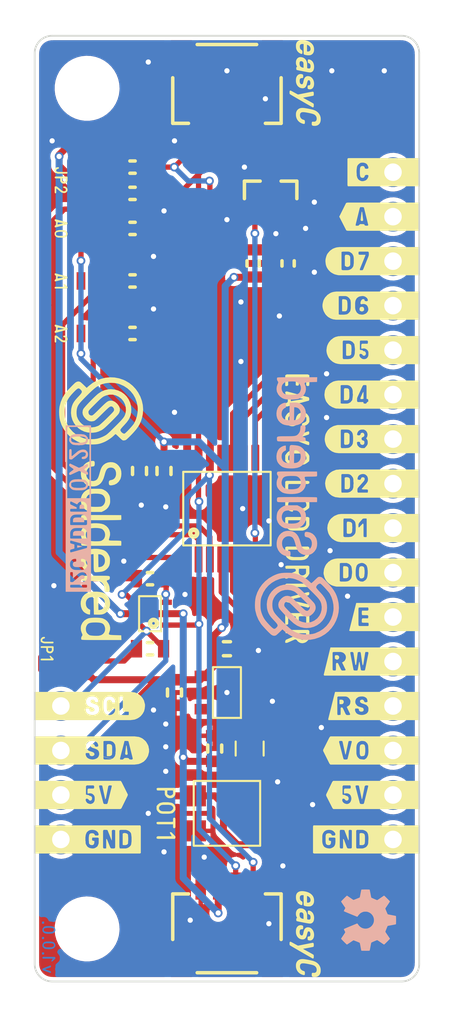
<source format=kicad_pcb>
(kicad_pcb (version 20210126) (generator pcbnew)
  (layers (0 "F.Cu" signal) (31 "B.Cu" signal) (34 "B.Paste" user) (35 "F.Paste" user) (36 "B.SilkS" user "B.Silkscreen") (37 "F.SilkS" user "F.Silkscreen") (38 "B.Mask" user) (39 "F.Mask" user) (44 "Edge.Cuts" user))
  (net 0 "")
  (net 1 "5V")
  (net 2 "GND")
  (net 3 "3V3")
  (net 4 "A0")
  (net 5 "A1")
  (net 6 "A2")
  (net 7 "SDA")
  (net 8 "SCL")
  (net 9 "C")
  (net 10 "Net-(K3-Pad7)")
  (net 11 "P7")
  (net 12 "P6")
  (net 13 "P5")
  (net 14 "P4")
  (net 19 "P2")
  (net 20 "P1")
  (net 21 "P0")
  (net 22 "Net-(K4-Pad3)")
  (net 23 "Net-(L1-Pad1)")
  (net 24 "P3")
  (net 28 "SDA_PULL5")
  (net 29 "SCL_PULL5")
  (net 30 "SDA_PULL3,3")
  (net 31 "SCL_PULL3,3")
  (net 32 "SCL5")
  (net 33 "SDA5")
  (footprint "e-radionica.com footprinti:HEADER_MALE_4X1" (layer "F.Cu") (at 71.5 138.08 90)
    (fp_text reference "K5")
    (fp_text value "HEADER_MALE_4X1")
    (pad "1" thru_hole circle (at -3.81 0 90) (size 1.7 1.7) (drill 1) (layers *.Cu *.Mask) (net 2 "GND"))
    (pad "2" thru_hole circle (at -1.27 0 90) (size 1.7 1.7) (drill 1) (layers *.Cu *.Mask) (net 1 "5V"))
    (pad "3" thru_hole circle (at 1.27 0 90) (size 1.7 1.7) (drill 1) (layers *.Cu *.Mask) (net 33 "SDA5"))
    (pad "4" thru_hole circle (at 3.81 0 90) (size 1.7 1.7) (drill 1) (layers *.Cu *.Mask) (net 32 "SCL5"))
  )
  (footprint "buzzardLabel" (layer "F.Cu") (at 92.4 119.03)
    (fp_text reference "" (at 0 0) (layer "F.SilkS") (effects (font (size 1.27 1.27))))
    (fp_text value "" (at 0 0) (layer "F.SilkS") (effects (font (size 1.27 1.27))))
  )
  (footprint "buzzardLabel" (layer "F.Cu") (at 92.4 121.57)
    (fp_text reference "" (at 0 0) (layer "F.SilkS") (effects (font (size 1.27 1.27))))
    (fp_text value "" (at 0 0) (layer "F.SilkS") (effects (font (size 1.27 1.27))))
  )
  (footprint "buzzardLabel" (layer "F.Cu") (at 69.6 134.27)
    (fp_text reference "" (at 0 0) (layer "F.SilkS") (effects (font (size 1.27 1.27))))
    (fp_text value "" (at 0 0) (layer "F.SilkS") (effects (font (size 1.27 1.27))))
  )
  (footprint "buzzardLabel" (layer "F.Cu") (at 92.4 136.81)
    (fp_text reference "" (at 0 0) (layer "F.SilkS") (effects (font (size 1.27 1.27))))
    (fp_text value "" (at 0 0) (layer "F.SilkS") (effects (font (size 1.27 1.27))))
  )
  (footprint "e-radionica.com footprinti:easyC-connector" (layer "F.Cu") (at 81 146.7 180)
    (fp_text reference "K1")
    (fp_text value "easyC-SMD")
    (pad "1" smd rect (at -1.5 2.15 180) (size 0.6 1.55) (layers "F.Cu" "F.Paste" "F.Mask") (net 8 "SCL"))
    (pad "2" smd rect (at -0.5 2.15 180) (size 0.6 1.55) (layers "F.Cu" "F.Paste" "F.Mask") (net 7 "SDA"))
    (pad "3" smd rect (at 0.5 2.15 180) (size 0.6 1.55) (layers "F.Cu" "F.Paste" "F.Mask") (net 3 "3V3"))
    (pad "4" smd rect (at 1.5 2.15 180) (size 0.6 1.55) (layers "F.Cu" "F.Paste" "F.Mask") (net 2 "GND"))
    (pad "5" smd rect (at 2.6 -2.15 180) (size 1.2 1.8) (layers "F.Cu" "F.Paste" "F.Mask") (net 2 "GND"))
    (pad "5" smd rect (at -2.6 -2.15 180) (size 1.2 1.8) (layers "F.Cu" "F.Paste" "F.Mask") (net 2 "GND"))
  )
  (footprint "e-radionica.com footprinti:0603C" (layer "F.Cu") (at 77.4 120.85 -90)
    (fp_text reference "C4")
    (fp_text value "0.1uF")
    (pad "1" smd rect (at -0.73 0 270) (size 0.66 1) (layers "F.Cu" "F.Paste" "F.Mask") (net 1 "5V"))
    (pad "2" smd rect (at 0.73 0 270) (size 0.66 1) (layers "F.Cu" "F.Paste" "F.Mask") (net 2 "GND"))
  )
  (footprint "e-radionica.com footprinti:TSSOP-16" (layer "F.Cu") (at 81 123 90)
    (fp_text reference "U1")
    (fp_text value "TCA9534PWR")
    (pad "1" smd roundrect (at -2.9 -2.275) (size 0.45 1.5) (layers "F.Cu" "F.Paste" "F.Mask") (roundrect_rratio 0.111) (net 4 "A0"))
    (pad "2" smd roundrect (at -2.9 -1.625) (size 0.45 1.5) (layers "F.Cu" "F.Paste" "F.Mask") (roundrect_rratio 0.111) (net 5 "A1"))
    (pad "3" smd roundrect (at -2.9 -0.975) (size 0.45 1.5) (layers "F.Cu" "F.Paste" "F.Mask") (roundrect_rratio 0.111) (net 6 "A2"))
    (pad "4" smd roundrect (at -2.9 -0.325) (size 0.45 1.5) (layers "F.Cu" "F.Paste" "F.Mask") (roundrect_rratio 0.111) (net 21 "P0"))
    (pad "5" smd roundrect (at -2.9 0.325) (size 0.45 1.5) (layers "F.Cu" "F.Paste" "F.Mask") (roundrect_rratio 0.111) (net 20 "P1"))
    (pad "6" smd roundrect (at -2.9 0.975) (size 0.45 1.5) (layers "F.Cu" "F.Paste" "F.Mask") (roundrect_rratio 0.111) (net 19 "P2"))
    (pad "7" smd roundrect (at -2.9 1.625) (size 0.45 1.5) (layers "F.Cu" "F.Paste" "F.Mask") (roundrect_rratio 0.111) (net 24 "P3"))
    (pad "8" smd roundrect (at -2.9 2.275) (size 0.45 1.5) (layers "F.Cu" "F.Paste" "F.Mask") (roundrect_rratio 0.111) (net 2 "GND"))
    (pad "9" smd roundrect (at 2.9 2.275) (size 0.45 1.5) (layers "F.Cu" "F.Paste" "F.Mask") (roundrect_rratio 0.111) (net 14 "P4"))
    (pad "10" smd roundrect (at 2.9 1.625) (size 0.45 1.5) (layers "F.Cu" "F.Paste" "F.Mask") (roundrect_rratio 0.111) (net 13 "P5"))
    (pad "11" smd roundrect (at 2.9 0.975) (size 0.45 1.5) (layers "F.Cu" "F.Paste" "F.Mask") (roundrect_rratio 0.111) (net 12 "P6"))
    (pad "12" smd roundrect (at 2.9 0.325) (size 0.45 1.5) (layers "F.Cu" "F.Paste" "F.Mask") (roundrect_rratio 0.111) (net 11 "P7"))
    (pad "13" smd roundrect (at 2.9 -0.325) (size 0.45 1.5) (layers "F.Cu" "F.Paste" "F.Mask") (roundrect_rratio 0.111))
    (pad "14" smd roundrect (at 2.9 -0.975) (size 0.45 1.5) (layers "F.Cu" "F.Paste" "F.Mask") (roundrect_rratio 0.111) (net 8 "SCL"))
    (pad "15" smd roundrect (at 2.9 -1.625) (size 0.45 1.5) (layers "F.Cu" "F.Paste" "F.Mask") (roundrect_rratio 0.111) (net 7 "SDA"))
    (pad "16" smd roundrect (at 2.9 -2.275) (size 0.45 1.5) (layers "F.Cu" "F.Paste" "F.Mask") (roundrect_rratio 0.111) (net 1 "5V"))
  )
  (footprint "e-radionica.com footprinti:0603R" (layer "F.Cu") (at 75.6 110 180)
    (fp_text reference "R2")
    (fp_text value "100k")
    (pad "1" smd rect (at -0.775 0 270) (size 1 0.64) (layers "F.Cu" "F.Paste" "F.Mask") (net 2 "GND"))
    (pad "2" smd rect (at 0.775 0 270) (size 1 0.64) (layers "F.Cu" "F.Paste" "F.Mask") (net 5 "A1"))
  )
  (footprint "e-radionica.com footprinti:SMD_JUMPER" (layer "F.Cu") (at 73 110 180)
    (fp_text reference "JP2")
    (fp_text value "SMD_JUMPER")
    (pad "1" smd rect (at -0.35 0 180) (size 0.5 1) (layers "F.Cu" "F.Mask") (net 5 "A1"))
    (pad "2" smd rect (at 0.35 0 180) (size 0.5 1) (layers "F.Cu" "F.Mask") (net 1 "5V"))
  )
  (footprint "buzzardLabel" (layer "F.Cu") (at 92.4 116.49)
    (fp_text reference "" (at 0 0) (layer "F.SilkS") (effects (font (size 1.27 1.27))))
    (fp_text value "" (at 0 0) (layer "F.SilkS") (effects (font (size 1.27 1.27))))
  )
  (footprint "buzzardLabel" (layer "F.Cu") (at 92.4 113.95)
    (fp_text reference "" (at 0 0) (layer "F.SilkS") (effects (font (size 1.27 1.27))))
    (fp_text value "" (at 0 0) (layer "F.SilkS") (effects (font (size 1.27 1.27))))
  )
  (footprint "buzzardLabel" (layer "F.Cu") (at 69.6 136.81)
    (fp_text reference "" (at 0 0) (layer "F.SilkS") (effects (font (size 1.27 1.27))))
    (fp_text value "" (at 0 0) (layer "F.SilkS") (effects (font (size 1.27 1.27))))
  )
  (footprint "buzzardLabel" (layer "F.Cu") (at 92.4 106.33)
    (fp_text reference "" (at 0 0) (layer "F.SilkS") (effects (font (size 1.27 1.27))))
    (fp_text value "" (at 0 0) (layer "F.SilkS") (effects (font (size 1.27 1.27))))
  )
  (footprint "buzzardLabel" (layer "F.Cu") (at 71.5 104.25 -90)
    (fp_text reference "" (at 0 0 90) (layer "F.SilkS") (effects (font (size 1.27 1.27))))
    (fp_text value "" (at 0 0 90) (layer "F.SilkS") (effects (font (size 1.27 1.27))))
  )
  (footprint "e-radionica.com footprinti:SOT-23-3" (layer "F.Cu") (at 83.5 105 90)
    (fp_text reference "Q1")
    (fp_text value "NMOS-SOT-23-3")
    (pad "1" smd rect (at -1.2 -0.95 180) (size 0.6 1) (layers "F.Cu" "F.Paste" "F.Mask") (net 24 "P3"))
    (pad "2" smd rect (at -1.2 0.95 180) (size 0.6 1) (layers "F.Cu" "F.Paste" "F.Mask") (net 2 "GND"))
    (pad "3" smd rect (at 1.2 0 180) (size 0.6 1) (layers "F.Cu" "F.Paste" "F.Mask") (net 9 "C"))
  )
  (footprint "e-radionica.com footprinti:FIDUCIAL_1MM_PASTE" (layer "F.Cu") (at 81.4 148.6)
    (fp_text reference "FD1")
    (fp_text value "Fiducial_Stencil")
    (pad "1" smd circle (at 0 0) (size 1 1) (property pad_prop_fiducial_glob) (layers "F.Cu" "F.Paste" "F.Mask"))
  )
  (footprint "buzzardLabel" (layer "F.Cu") (at 92.4 111.41)
    (fp_text reference "" (at 0 0) (layer "F.SilkS") (effects (font (size 1.27 1.27))))
    (fp_text value "" (at 0 0) (layer "F.SilkS") (effects (font (size 1.27 1.27))))
  )
  (footprint "buzzardLabel" (layer "F.Cu") (at 69.6 141.89)
    (fp_text reference "" (at 0 0) (layer "F.SilkS") (effects (font (size 1.27 1.27))))
    (fp_text value "" (at 0 0) (layer "F.SilkS") (effects (font (size 1.27 1.27))))
  )
  (footprint "e-radionica.com footprinti:0603C" (layer "F.Cu") (at 81 131 180)
    (fp_text reference "C2")
    (fp_text value "CL10A226MPCNUBE")
    (pad "1" smd rect (at -0.73 0 180) (size 0.66 1) (layers "F.Cu" "F.Paste" "F.Mask") (net 2 "GND"))
    (pad "2" smd rect (at 0.73 0 180) (size 0.66 1) (layers "F.Cu" "F.Paste" "F.Mask") (net 1 "5V"))
  )
  (footprint "e-radionica.com footprinti:0603C" (layer "F.Cu") (at 80.3 136.7 -90)
    (fp_text reference "C5")
    (fp_text value "C1608X7S1A475K080AC")
    (pad "1" smd rect (at -0.73 0 270) (size 0.66 1) (layers "F.Cu" "F.Paste" "F.Mask") (net 2 "GND"))
    (pad "2" smd rect (at 0.73 0 270) (size 0.66 1) (layers "F.Cu" "F.Paste" "F.Mask") (net 3 "3V3"))
  )
  (footprint "e-radionica.com footprinti:0603R" (layer "F.Cu") (at 76.6 127)
    (fp_text reference "R8")
    (fp_text value "10k")
    (pad "1" smd rect (at -0.775 0 90) (size 1 0.64) (layers "F.Cu" "F.Paste" "F.Mask") (net 28 "SDA_PULL5"))
    (pad "2" smd rect (at 0.775 0 90) (size 1 0.64) (layers "F.Cu" "F.Paste" "F.Mask") (net 33 "SDA5"))
  )
  (footprint "Soldered Graphics:Logo-Front-easyC-5mm" (layer "F.Cu") (at 85.5 147.3 -90)
    (fp_text reference "G***" hide)
    (fp_text value "LOGO" hide)
  )
  (footprint "buzzardLabel" (layer "F.Cu") (at 92.4 103.79)
    (fp_text reference "" (at 0 0) (layer "F.SilkS") (effects (font (size 1.27 1.27))))
    (fp_text value "" (at 0 0) (layer "F.SilkS") (effects (font (size 1.27 1.27))))
  )
  (footprint "e-radionica.com footprinti:SMD_JUMPER" (layer "F.Cu") (at 73 107 180)
    (fp_text reference "JP1")
    (fp_text value "SMD_JUMPER")
    (pad "1" smd rect (at -0.35 0 180) (size 0.5 1) (layers "F.Cu" "F.Mask") (net 4 "A0"))
    (pad "2" smd rect (at 0.35 0 180) (size 0.5 1) (layers "F.Cu" "F.Mask") (net 1 "5V"))
  )
  (footprint "e-radionica.com footprinti:easyC-connector" (layer "F.Cu") (at 81 99.3)
    (fp_text reference "K2")
    (fp_text value "easyC-SMD")
    (pad "1" smd rect (at -1.5 2.15) (size 0.6 1.55) (layers "F.Cu" "F.Paste" "F.Mask") (net 8 "SCL"))
    (pad "2" smd rect (at -0.5 2.15) (size 0.6 1.55) (layers "F.Cu" "F.Paste" "F.Mask") (net 7 "SDA"))
    (pad "3" smd rect (at 0.5 2.15) (size 0.6 1.55) (layers "F.Cu" "F.Paste" "F.Mask") (net 3 "3V3"))
    (pad "4" smd rect (at 1.5 2.15) (size 0.6 1.55) (layers "F.Cu" "F.Paste" "F.Mask") (net 2 "GND"))
    (pad "5" smd rect (at -2.6 -2.15) (size 1.2 1.8) (layers "F.Cu" "F.Paste" "F.Mask") (net 2 "GND"))
    (pad "5" smd rect (at 2.6 -2.15) (size 1.2 1.8) (layers "F.Cu" "F.Paste" "F.Mask") (net 2 "GND"))
  )
  (footprint "e-radionica.com footprinti:SMD_JUMPER_3_PAD_TRACE" (layer "F.Cu") (at 71.7 131 90)
    (fp_text reference "JP4")
    (fp_text value "SMD_JUMPER_3_PAD_TRACE")
    (fp_poly (pts (xy 0.45 0.05) (xy 0.25 0.05) (xy 0.25 -0.05) (xy 0.45 -0.05)) (layer "F.Cu") (width 0.1) (fill solid))
    (fp_poly (pts (xy -0.25 0.05) (xy -0.45 0.05) (xy -0.45 -0.05) (xy -0.25 -0.05)) (layer "F.Cu") (width 0.1) (fill solid))
    (pad "1" smd rect (at -0.7 0 270) (size 0.5 1) (layers "F.Cu" "F.Mask") (net 29 "SCL_PULL5"))
    (pad "2" smd custom (at 0 0 270) (size 0.5 1) (layers "F.Cu" "F.Mask") (net 1 "5V") (options (clearance outline) (anchor rect)) (primitives))
    (pad "3" smd rect (at 0.7 0 270) (size 0.5 1) (layers "F.Cu" "F.Mask") (net 28 "SDA_PULL5"))
  )
  (footprint "e-radionica.com footprinti:0603R" (layer "F.Cu") (at 84.5 109 90)
    (fp_text reference "R5")
    (fp_text value "330R")
    (pad "1" smd rect (at -0.775 0 180) (size 1 0.64) (layers "F.Cu" "F.Paste" "F.Mask") (net 1 "5V"))
    (pad "2" smd rect (at 0.775 0 180) (size 1 0.64) (layers "F.Cu" "F.Paste" "F.Mask") (net 10 "Net-(K3-Pad7)"))
  )
  (footprint "e-radionica.com footprinti:tps613222a" (layer "F.Cu") (at 81 133.5 180)
    (fp_text reference "U2")
    (fp_text value "TPS613222A")
    (pad "1" smd rect (at -1.3 -0.95 180) (size 1.1 0.6) (layers "F.Cu" "F.Paste" "F.Mask") (net 23 "Net-(L1-Pad1)"))
    (pad "2" smd rect (at -1.3 0 180) (size 1.1 0.6) (layers "F.Cu" "F.Paste" "F.Mask") (net 2 "GND"))
    (pad "3" smd rect (at -1.3 0.95 180) (size 1.1 0.6) (layers "F.Cu" "F.Paste" "F.Mask"))
    (pad "4" smd rect (at 1.3 0.95 180) (size 1.1 0.6) (layers "F.Cu" "F.Paste" "F.Mask") (net 1 "5V"))
    (pad "5" smd rect (at 1.3 -0.95 180) (size 1.1 0.6) (layers "F.Cu" "F.Paste" "F.Mask"))
  )
  (footprint "Soldered Graphics:Logo-Front-SolderedFULL-15mm" (layer "F.Cu") (at 73.8 123 -90)
    (fp_text reference "REF**" hide)
    (fp_text value "Logo-Front-SolderedFULL-15mm" hide)
  )
  (footprint "e-radionica.com footprinti:0603R" (layer "F.Cu") (at 75.6 107 180)
    (fp_text reference "R1")
    (fp_text value "100k")
    (pad "1" smd rect (at -0.775 0 270) (size 1 0.64) (layers "F.Cu" "F.Paste" "F.Mask") (net 2 "GND"))
    (pad "2" smd rect (at 0.775 0 270) (size 1 0.64) (layers "F.Cu" "F.Paste" "F.Mask") (net 4 "A0"))
  )
  (footprint "buzzardLabel" (layer "F.Cu") (at 92.4 126.65)
    (fp_text reference "" (at 0 0) (layer "F.SilkS") (effects (font (size 1.27 1.27))))
    (fp_text value "" (at 0 0) (layer "F.SilkS") (effects (font (size 1.27 1.27))))
  )
  (footprint "buzzardLabel" (layer "F.Cu") (at 92.4 129.19)
    (fp_text reference "" (at 0 0) (layer "F.SilkS") (effects (font (size 1.27 1.27))))
    (fp_text value "" (at 0 0) (layer "F.SilkS") (effects (font (size 1.27 1.27))))
  )
  (footprint "buzzardLabel" (layer "F.Cu") (at 71.5 113 -90)
    (fp_text reference "" (at 0 0 90) (layer "F.SilkS") (effects (font (size 1.27 1.27))))
    (fp_text value "" (at 0 0 90) (layer "F.SilkS") (effects (font (size 1.27 1.27))))
  )
  (footprint "Soldered Graphics:Logo-Front-easyC-5mm" (layer "F.Cu") (at 85.5 98.7 -90)
    (fp_text reference "G***" hide)
    (fp_text value "LOGO" hide)
  )
  (footprint "buzzardLabel" (layer "F.Cu") (at 85 123 -90)
    (fp_text reference "" (at 0 0 90) (layer "F.SilkS") (effects (font (size 1.27 1.27))))
    (fp_text value "" (at 0 0 90) (layer "F.SilkS") (effects (font (size 1.27 1.27))))
  )
  (footprint "e-radionica.com footprinti:0603R" (layer "F.Cu") (at 75.6 103.5 180)
    (fp_text reference "R10")
    (fp_text value "10k")
    (pad "1" smd rect (at -0.775 0 270) (size 1 0.64) (layers "F.Cu" "F.Paste" "F.Mask") (net 8 "SCL"))
    (pad "2" smd rect (at 0.775 0 270) (size 1 0.64) (layers "F.Cu" "F.Paste" "F.Mask") (net 31 "SCL_PULL3,3"))
  )
  (footprint "buzzardLabel" (layer "F.Cu") (at 92.4 139.35)
    (fp_text reference "" (at 0 0) (layer "F.SilkS") (effects (font (size 1.27 1.27))))
    (fp_text value "" (at 0 0) (layer "F.SilkS") (effects (font (size 1.27 1.27))))
  )
  (footprint "buzzardLabel" (layer "F.Cu") (at 92.4 108.87)
    (fp_text reference "" (at 0 0) (layer "F.SilkS") (effects (font (size 1.27 1.27))))
    (fp_text value "" (at 0 0) (layer "F.SilkS") (effects (font (size 1.27 1.27))))
  )
  (footprint "e-radionica.com footprinti:SMD_JUMPER_3_PAD_TRACE" (layer "F.Cu") (at 73 104.25 -90)
    (fp_text reference "JP5")
    (fp_text value "SMD_JUMPER_3_PAD_TRACE")
    (fp_poly (pts (xy 0.45 0.05) (xy 0.25 0.05) (xy 0.25 -0.05) (xy 0.45 -0.05)) (layer "F.Cu") (width 0.1) (fill solid))
    (fp_poly (pts (xy -0.25 0.05) (xy -0.45 0.05) (xy -0.45 -0.05) (xy -0.25 -0.05)) (layer "F.Cu") (width 0.1) (fill solid))
    (pad "1" smd rect (at -0.7 0 90) (size 0.5 1) (layers "F.Cu" "F.Mask") (net 31 "SCL_PULL3,3"))
    (pad "2" smd custom (at 0 0 90) (size 0.5 1) (layers "F.Cu" "F.Mask") (net 3 "3V3") (options (clearance outline) (anchor rect)) (primitives))
    (pad "3" smd rect (at 0.7 0 90) (size 0.5 1) (layers "F.Cu" "F.Mask") (net 30 "SDA_PULL3,3"))
  )
  (footprint "e-radionica.com footprinti:SMD_JUMPER" (layer "F.Cu") (at 73 113 180)
    (fp_text reference "JP3")
    (fp_text value "SMD_JUMPER")
    (pad "1" smd rect (at -0.35 0 180) (size 0.5 1) (layers "F.Cu" "F.Mask") (net 6 "A2"))
    (pad "2" smd rect (at 0.35 0 180) (size 0.5 1) (layers "F.Cu" "F.Mask") (net 1 "5V"))
  )
  (footprint "e-radionica.com footprinti:0603C" (layer "F.Cu") (at 76 120.85 -90)
    (fp_text reference "C3")
    (fp_text value "1uF")
    (pad "1" smd rect (at -0.73 0 270) (size 0.66 1) (layers "F.Cu" "F.Paste" "F.Mask") (net 1 "5V"))
    (pad "2" smd rect (at 0.73 0 270) (size 0.66 1) (layers "F.Cu" "F.Paste" "F.Mask") (net 2 "GND"))
  )
  (footprint "buzzardLabel" (layer "F.Cu") (at 92.4 134.27)
    (fp_text reference "" (at 0 0) (layer "F.SilkS") (effects (font (size 1.27 1.27))))
    (fp_text value "" (at 0 0) (layer "F.SilkS") (effects (font (size 1.27 1.27))))
  )
  (footprint "e-radionica.com footprinti:SOT-363" (layer "F.Cu") (at 76.6 129 180)
    (fp_text reference "U3")
    (fp_text value "NMOS-DUAL")
    (pad "1" smd rect (at -0.92 -0.65 270) (size 0.3 0.66) (layers "F.Cu" "F.Paste" "F.Mask") (net 7 "SDA"))
    (pad "2" smd rect (at -0.92 0 270) (size 0.3 0.66) (layers "F.Cu" "F.Paste" "F.Mask") (net 3 "3V3"))
    (pad "3" smd rect (at -0.92 0.65 270) (size 0.3 0.66) (layers "F.Cu" "F.Paste" "F.Mask") (net 33 "SDA5"))
    (pad "4" smd rect (at 0.92 0.65 270) (size 0.3 0.66) (layers "F.Cu" "F.Paste" "F.Mask") (net 8 "SCL"))
    (pad "5" smd rect (at 0.92 0 270) (size 0.3 0.66) (layers "F.Cu" "F.Paste" "F.Mask") (net 3 "3V3"))
    (pad "6" smd rect (at 0.92 -0.65 270) (size 0.3 0.66) (layers "F.Cu" "F.Paste" "F.Mask") (net 32 "SCL5"))
  )
  (footprint "Soldered Graphics:Logo-Back-OSH-3.5mm" (layer "F.Cu") (at 89.1 146.5 -90)
    (fp_text reference "G***" hide)
    (fp_text value "LOGO" hide)
  )
  (footprint "buzzardLabel" (layer "F.Cu") (at 69.6 139.35)
    (fp_text reference "" (at 0 0) (layer "F.SilkS") (effects (font (size 1.27 1.27))))
    (fp_text value "" (at 0 0) (layer "F.SilkS") (effects (font (size 1.27 1.27))))
  )
  (footprint "buzzardLabel" (layer "F.Cu") (at 71.5 110 -90)
    (fp_text reference "" (at 0 0 90) (layer "F.SilkS") (effects (font (size 1.27 1.27))))
    (fp_text value "" (at 0 0 90) (layer "F.SilkS") (effects (font (size 1.27 1.27))))
  )
  (footprint "buzzardLabel" (layer "F.Cu") (at 92.4 131.73)
    (fp_text reference "" (at 0 0) (layer "F.SilkS") (effects (font (size 1.27 1.27))))
    (fp_text value "" (at 0 0) (layer "F.SilkS") (effects (font (size 1.27 1.27))))
  )
  (footprint "e-radionica.com footprinti:0603R" (layer "F.Cu") (at 75.6 113 180)
    (fp_text reference "R3")
    (fp_text value "100k")
    (pad "1" smd rect (at -0.775 0 270) (size 1 0.64) (layers "F.Cu" "F.Paste" "F.Mask") (net 2 "GND"))
    (pad "2" smd rect (at 0.775 0 270) (size 1 0.64) (layers "F.Cu" "F.Paste" "F.Mask") (net 6 "A2"))
  )
  (footprint "e-radionica.com footprinti:0603C" (layer "F.Cu") (at 78 133.5 90)
    (fp_text reference "C1")
    (fp_text value "CL10A226MPCNUBE")
    (pad "1" smd rect (at -0.73 0 90) (size 0.66 1) (layers "F.Cu" "F.Paste" "F.Mask") (net 2 "GND"))
    (pad "2" smd rect (at 0.73 0 90) (size 0.66 1) (layers "F.Cu" "F.Paste" "F.Mask") (net 1 "5V"))
  )
  (footprint "e-radionica.com footprinti:0603R" (layer "F.Cu") (at 76.6 131 180)
    (fp_text reference "R9")
    (fp_text value "10k")
    (pad "1" smd rect (at -0.775 0 270) (size 1 0.64) (layers "F.Cu" "F.Paste" "F.Mask") (net 32 "SCL5"))
    (pad "2" smd rect (at 0.775 0 270) (size 1 0.64) (layers "F.Cu" "F.Paste" "F.Mask") (net 29 "SCL_PULL5"))
  )
  (footprint "buzzardLabel" (layer "F.Cu") (at 92.4 124.11)
    (fp_text reference "" (at 0 0) (layer "F.SilkS") (effects (font (size 1.27 1.27))))
    (fp_text value "" (at 0 0) (layer "F.SilkS") (effects (font (size 1.27 1.27))))
  )
  (footprint "buzzardLabel" (layer "F.Cu") (at 77.5 140.4 -90)
    (fp_text reference "" (at 0 0 90) (layer "F.SilkS") (effects (font (size 1.27 1.27))))
    (fp_text value "" (at 0 0 90) (layer "F.SilkS") (effects (font (size 1.27 1.27))))
  )
  (footprint "Soldered Graphics:Logo-Back-SolderedFULL-15mm" (layer "F.Cu") (at 85 123 -90)
    (fp_text reference "REF**" hide)
    (fp_text value "Logo-Front-SolderedFULL-15mm" hide)
  )
  (footprint "e-radionica.com footprinti:0603R" (layer "F.Cu") (at 75.6 105)
    (fp_text reference "R6")
    (fp_text value "10k")
    (pad "1" smd rect (at -0.775 0 90) (size 1 0.64) (layers "F.Cu" "F.Paste" "F.Mask") (net 30 "SDA_PULL3,3"))
    (pad "2" smd rect (at 0.775 0 90) (size 1 0.64) (layers "F.Cu" "F.Paste" "F.Mask") (net 7 "SDA"))
  )
  (footprint "e-radionica.com footprinti:HOLE_3.2mm" (layer "F.Cu") (at 73 99)
    (fp_text reference "H2" hide)
    (fp_text value "HOLE_3.2mm" hide)
    (pad "" np_thru_hole circle (at 0 0) (size 3.2 3.2) (drill 3.2) (layers F&B.Cu *.Mask))
  )
  (footprint "e-radionica.com footprinti:HOLE_3.2mm" (layer "F.Cu") (at 73 147)
    (fp_text reference "H1" hide)
    (fp_text value "HOLE_3.2mm" hide)
    (pad "" np_thru_hole circle (at 0 0) (size 3.2 3.2) (drill 3.2) (layers F&B.Cu *.Mask))
  )
  (footprint "e-radionica.com footprinti:0806L" (layer "F.Cu") (at 82.3 136.7 -90)
    (fp_text reference "L1")
    (fp_text value "DFE201612E-2R2M=P2")
    (pad "1" smd rect (at -0.8 0 270) (size 0.8 1.8) (layers "F.Cu" "F.Paste" "F.Mask") (net 23 "Net-(L1-Pad1)"))
    (pad "2" smd rect (at 0.8 0 270) (size 0.8 1.8) (layers "F.Cu" "F.Paste" "F.Mask") (net 3 "3V3"))
  )
  (footprint "e-radionica.com footprinti:tc33x-2-103e" (layer "F.Cu") (at 81 140.4 -90)
    (fp_text reference "R7")
    (fp_text value "tc33x-2-103e")
    (pad "1" smd rect (at -1 1.8 270) (size 1.2 1.2) (layers "F.Cu" "F.Paste" "F.Mask") (net 1 "5V"))
    (pad "2" smd rect (at 0 -1.45 270) (size 1.6 1.5) (layers "F.Cu" "F.Paste" "F.Mask") (net 22 "Net-(K4-Pad3)"))
    (pad "3" smd rect (at 1 1.8 270) (size 1.2 1.2) (layers "F.Cu" "F.Paste" "F.Mask") (net 2 "GND"))
  )
  (footprint "buzzardLabel" (layer "F.Cu") (at 71.5 107 -90)
    (fp_text reference "" (at 0 0 90) (layer "F.SilkS") (effects (font (size 1.27 1.27))))
    (fp_text value "" (at 0 0 90) (layer "F.SilkS") (effects (font (size 1.27 1.27))))
  )
  (footprint "buzzardLabel" (layer "F.Cu") (at 70.7 131 -90)
    (fp_text reference "" (at 0 0 90) (layer "F.SilkS") (effects (font (size 1.27 1.27))))
    (fp_text value "" (at 0 0 90) (layer "F.SilkS") (effects (font (size 1.27 1.27))))
  )
  (footprint "e-radionica.com footprinti:0603R" (layer "F.Cu") (at 82.5 109 90)
    (fp_text reference "R4")
    (fp_text value "10k")
    (pad "1" smd rect (at -0.775 0 180) (size 1 0.64) (layers "F.Cu" "F.Paste" "F.Mask") (net 1 "5V"))
    (pad "2" smd rect (at 0.775 0 180) (size 1 0.64) (layers "F.Cu" "F.Paste" "F.Mask") (net 24 "P3"))
  )
  (footprint "buzzardLabel" (layer "F.Cu") (at 92.4 141.89)
    (fp_text reference "" (at 0 0) (layer "F.SilkS") (effects (font (size 1.27 1.27))))
    (fp_text value "" (at 0 0) (layer "F.SilkS") (effects (font (size 1.27 1.27))))
  )
  (footprint "e-radionica.com footprinti:HEADER_MALE_8X1" (layer "B.Cu") (at 90.5 112.68 90)
    (fp_text reference "K3")
    (fp_text value "HEADER_MALE_8X1")
    (pad "1" thru_hole circle (at -8.89 0 90) (size 1.7 1.7) (drill 1) (layers *.Cu *.Mask))
    (pad "2" thru_hole circle (at -6.35 0 90) (size 1.7 1.7) (drill 1) (layers *.Cu *.Mask))
    (pad "3" thru_hole circle (at -3.81 0 90) (size 1.7 1.7) (drill 1) (layers *.Cu *.Mask) (net 14 "P4"))
    (pad "4" thru_hole circle (at -1.27 0 90) (size 1.7 1.7) (drill 1) (layers *.Cu *.Mask) (net 13 "P5"))
    (pad "5" thru_hole circle (at 1.27 0 90) (size 1.7 1.7) (drill 1) (layers *.Cu *.Mask) (net 12 "P6"))
    (pad "6" thru_hole circle (at 3.81 0 90) (size 1.7 1.7) (drill 1) (layers *.Cu *.Mask) (net 11 "P7"))
    (pad "7" thru_hole circle (at 6.35 0 90) (size 1.7 1.7) (drill 1) (layers *.Cu *.Mask) (net 10 "Net-(K3-Pad7)"))
    (pad "8" thru_hole circle (at 8.89 0 90) (size 1.7 1.7) (drill 1) (layers *.Cu *.Mask) (net 9 "C"))
  )
  (footprint "buzzardLabel" (layer "B.Cu") (at 72.5 120.35 90)
    (fp_text reference "" (at 0 0 270) (layer "B.SilkS") (effects (font (size 1.27 1.27)) (justify mirror)))
    (fp_text value "" (at 0 0 270) (layer "B.SilkS") (effects (font (size 1.27 1.27)) (justify mirror)))
  )
  (footprint "e-radionica.com footprinti:HEADER_MALE_8X1" (layer "B.Cu") (at 90.5 133 90)
    (fp_text reference "K4")
    (fp_text value "HEADER_MALE_8X1")
    (pad "1" thru_hole circle (at -8.89 0 90) (size 1.7 1.7) (drill 1) (layers *.Cu *.Mask) (net 2 "GND"))
    (pad "2" thru_hole circle (at -6.35 0 90) (size 1.7 1.7) (drill 1) (layers *.Cu *.Mask) (net 1 "5V"))
    (pad "3" thru_hole circle (at -3.81 0 90) (size 1.7 1.7) (drill 1) (layers *.Cu *.Mask) (net 22 "Net-(K4-Pad3)"))
    (pad "4" thru_hole circle (at -1.27 0 90) (size 1.7 1.7) (drill 1) (layers *.Cu *.Mask) (net 21 "P0"))
    (pad "5" thru_hole circle (at 1.27 0 90) (size 1.7 1.7) (drill 1) (layers *.Cu *.Mask) (net 20 "P1"))
    (pad "6" thru_hole circle (at 3.81 0 90) (size 1.7 1.7) (drill 1) (layers *.Cu *.Mask) (net 19 "P2"))
    (pad "7" thru_hole circle (at 6.35 0 90) (size 1.7 1.7) (drill 1) (layers *.Cu *.Mask))
    (pad "8" thru_hole circle (at 8.89 0 90) (size 1.7 1.7) (drill 1) (layers *.Cu *.Mask))
  )
  (footprint "Soldered Graphics:Version1.0.0." (layer "B.Cu") (at 70.8 148 90)
    (fp_text reference "" (at 0 0 90) (layer "B.SilkS") (effects (font (size 1.27 1.27)) (justify mirror)))
    (fp_text value "" (at 0 0 90) (layer "B.SilkS") (effects (font (size 1.27 1.27)) (justify mirror)))
    (fp_poly (pts (xy -0.44 -0.38) (xy -0.39 -0.38) (xy -0.34 -0.37) (xy -0.34 -0.33) (xy -0.34 -0.27) (xy -0.38 -0.26) (xy -0.43 -0.26) (xy -0.46 -0.29) (xy -0.46 -0.34) (xy -0.44 -0.38)) (layer "B.Cu") (width 0.01) (fill solid))
    (fp_poly (pts (xy -0.67 -0.35) (xy -0.62 -0.35) (xy -0.6 -0.31) (xy -0.6 0.35) (xy -0.64 0.38) (xy -0.69 0.38) (xy -0.73 0.34) (xy -0.84 0.22) (xy -0.86 0.17) (xy -0.83 0.16) (xy -0.73 0.22) (xy -0.69 0.23) (xy -0.69 -0.31) (xy -0.67 -0.35)) (layer "B.Cu") (width 0.01) (fill solid))
    (fp_poly (pts (xy 1.31 -0.38) (xy 1.36 -0.38) (xy 1.41 -0.37) (xy 1.42 -0.33) (xy 1.42 -0.27) (xy 1.38 -0.26) (xy 1.33 -0.26) (xy 1.3 -0.29) (xy 1.3 -0.34) (xy 1.31 -0.38)) (layer "B.Cu") (width 0.01) (fill solid))
    (fp_poly (pts (xy 0.06 -0.35) (xy 0.11 -0.35) (xy 0.17 -0.33) (xy 0.13 -0.28) (xy 0.03 -0.28) (xy -0.01 -0.25) (xy -0.03 -0.2) (xy -0.05 -0.15) (xy -0.05 -0.11) (xy -0.05 0.01) (xy -0.05 0.13) (xy -0.05 0.17) (xy -0.03 0.22) (xy -0.01 0.27) (xy 0.02 0.3) (xy 0.13 0.3) (xy 0.16 0.26) (xy 0.18 0.21) (xy 0.18 0.15) (xy 0.19 0.05) (xy 0.19 -0.08) (xy 0.19 -0.12) (xy 0.18 -0.17) (xy 0.16 -0.22) (xy 0.14 -0.27) (xy 0.14 -0.28) (xy 0.17 -0.32) (xy 0.21 -0.29) (xy 0.24 -0.26) (xy 0.26 -0.22) (xy 0.27 -0.16) (xy 0.28 -0.11) (xy 0.28 -0.06) (xy 0.28 0.06) (xy 0.28 0.12) (xy 0.27 0.17) (xy 0.26 0.22) (xy 0.25 0.27) (xy 0.22 0.3) (xy 0.19 0.34) (xy 0.13 0.37) (xy 0.08 0.38) (xy 0.02 0.38) (xy -0.03 0.35) (xy -0.08 0.31) (xy -0.1 0.28) (xy -0.12 0.23) (xy -0.14 0.18) (xy -0.14 0.13) (xy -0.15 0.08) (xy -0.15 -0.04) (xy -0.14 -0.1) (xy -0.14 -0.14) (xy -0.13 -0.2) (xy -0.11 -0.25) (xy -0.08 -0.28) (xy -0.05 -0.32) (xy 0.01 -0.35) (xy 0.06 -0.35)) (layer "B.Cu") (width 0.01) (fill solid))
    (fp_poly (pts (xy -1.33 -0.35) (xy -1.27 -0.35) (xy -1.25 -0.31) (xy -1.09 0.1) (xy -1.11 0.13) (xy -1.16 0.13) (xy -1.19 0.1) (xy -1.28 -0.16) (xy -1.3 -0.21) (xy -1.32 -0.17) (xy -1.41 0.09) (xy -1.44 0.13) (xy -1.49 0.13) (xy -1.51 0.1) (xy -1.36 -0.31) (xy -1.33 -0.35)) (layer "B.Cu") (width 0.01) (fill solid))
    (fp_poly (pts (xy 0.43 -0.38) (xy 0.48 -0.38) (xy 0.54 -0.37) (xy 0.54 -0.33) (xy 0.54 -0.27) (xy 0.5 -0.26) (xy 0.45 -0.26) (xy 0.42 -0.29) (xy 0.42 -0.34) (xy 0.43 -0.38)) (layer "B.Cu") (width 0.01) (fill solid))
    (fp_poly (pts (xy 0.93 -0.35) (xy 0.99 -0.35) (xy 1.04 -0.33) (xy 1.01 -0.28) (xy 0.91 -0.28) (xy 0.87 -0.25) (xy 0.85 -0.2) (xy 0.83 -0.15) (xy 0.83 -0.11) (xy 0.82 0.01) (xy 0.83 0.13) (xy 0.83 0.17) (xy 0.84 0.22) (xy 0.87 0.27) (xy 0.9 0.3) (xy 1.01 0.3) (xy 1.04 0.26) (xy 1.05 0.21) (xy 1.06 0.15) (xy 1.07 0.05) (xy 1.07 -0.08) (xy 1.06 -0.12) (xy 1.06 -0.17) (xy 1.04 -0.22) (xy 1.02 -0.27) (xy 1.01 -0.28) (xy 1.05 -0.32) (xy 1.09 -0.29) (xy 1.12 -0.26) (xy 1.14 -0.22) (xy 1.15 -0.16) (xy 1.16 -0.11) (xy 1.16 -0.06) (xy 1.16 0.06) (xy 1.16 0.12) (xy 1.15 0.17) (xy 1.14 0.22) (xy 1.13 0.27) (xy 1.1 0.3) (xy 1.06 0.34) (xy 1.01 0.37) (xy 0.95 0.38) (xy 0.9 0.38) (xy 0.84 0.35) (xy 0.8 0.31) (xy 0.78 0.28) (xy 0.75 0.23) (xy 0.74 0.18) (xy 0.74 0.13) (xy 0.73 0.08) (xy 0.73 -0.04) (xy 0.73 -0.1) (xy 0.74 -0.14) (xy 0.75 -0.2) (xy 0.77 -0.25) (xy 0.79 -0.28) (xy 0.83 -0.32) (xy 0.89 -0.35) (xy 0.93 -0.35)) (layer "B.Cu") (width 0.01) (fill solid))
  )
  (footprint "Soldered Graphics:Symbol-Front-I2C-ADDR-Field" (layer "B.Cu") (at 72.5 123 90)
    (fp_text reference "REF**" hide)
    (fp_text value "Symbol-Front-I2C-ADDR-Field" hide)
  )
  (gr_arc (start 71 149) (end 71 150) (angle 90) (layer "Edge.Cuts") (width 0.1))
  (gr_line (start 92 97) (end 92 149) (layer "Edge.Cuts") (width 0.1))
  (gr_arc (start 91 97) (end 91 96) (angle 90) (layer "Edge.Cuts") (width 0.1))
  (gr_arc (start 71 97) (end 71 96) (angle -90) (layer "Edge.Cuts") (width 0.1))
  (gr_line (start 70 149) (end 70 97) (layer "Edge.Cuts") (width 0.1))
  (gr_line (start 71 96) (end 91 96) (layer "Edge.Cuts") (width 0.1))
  (gr_arc (start 91 149) (end 91 150) (angle -90) (layer "Edge.Cuts") (width 0.1))
  (gr_line (start 91 150) (end 71 150) (layer "Edge.Cuts") (width 0.1))
  (segment (start 71.55 139.4) (end 74.49 139.4) (width 0.4) (layer "F.Cu") (net 1))
  (segment (start 81.6 142.19) (end 80.8 141.39) (width 0.4) (layer "F.Cu") (net 1))
  (segment (start 78 132.77) (end 76.98 132.77) (width 0.4) (layer "F.Cu") (net 1))
  (segment (start 76 137.89) (end 74.49 139.4) (width 0.4) (layer "F.Cu") (net 1))
  (segment (start 72.65 108.35) (end 72.65 110) (width 0.3) (layer "F.Cu") (net 1))
  (segment (start 79.48 132.77) (end 79.7 132.55) (width 0.4) (layer "F.Cu") (net 1))
  (segment (start 85.1 142.19) (end 81.6 142.19) (width 0.4) (layer "F.Cu") (net 1))
  (segment (start 70.8 132.59) (end 70.4 132.19) (width 0.4) (layer "F.Cu") (net 1))
  (segment (start 76 133.75) (end 76 137.89) (width 0.4) (layer "F.Cu") (net 1))
  (segment (start 76 120.12) (end 77.4 120.12) (width 0.4) (layer "F.Cu") (net 1))
  (segment (start 80.8 141.39) (end 80.8 139.89) (width 0.4) (layer "F.Cu") (net 1))
  (segment (start 70.4 132.19) (end 70.4 131.49) (width 0.4) (layer "F.Cu") (net 1))
  (segment (start 73.38 132.77) (end 73.2 132.59) (width 0.4) (layer "F.Cu") (net 1))
  (segment (start 90.5 139.35) (end 87.94 139.35) (width 0.4) (layer "F.Cu") (net 1))
  (segment (start 70.4 131.49) (end 70.89 131) (width 0.4) (layer "F.Cu") (net 1))
  (segment (start 80.27 131.98) (end 79.7 132.55) (width 0.4) (layer "F.Cu") (net 1))
  (segment (start 80.31 139.4) (end 79.2 139.4) (width 0.4) (layer "F.Cu") (net 1))
  (segment (start 80.7 129.8) (end 80.27 130.23) (width 0.4) (layer "F.Cu") (net 1))
  (segment (start 72.65 108.35) (end 72.65 108.85) (width 0.3) (layer "F.Cu") (net 1))
  (segment (start 78.725 120.1) (end 77.42 120.1) (width 0.4) (layer "F.Cu") (net 1))
  (segment (start 80.27 131) (end 80.27 131.98) (width 0.4) (layer "F.Cu") (net 1))
  (segment (start 77.4 119.19) (end 77.4 120.12) (width 0.4) (layer "F.Cu") (net 1))
  (segment (start 80.8 139.89) (end 80.31 139.4) (width 0.4) (layer "F.Cu") (net 1))
  (segment (start 77.42 120.1) (end 77.4 120.12) (width 0.4) (layer "F.Cu") (net 1))
  (segment (start 71.5 139.35) (end 71.54 139.39) (width 0.4) (layer "F.Cu") (net 1))
  (segment (start 82.5 109.775) (end 84.5 109.775) (width 0.4) (layer "F.Cu") (net 1))
  (segment (start 81.4 109.79) (end 82.485 109.79) (width 0.4) (layer "F.Cu") (net 1))
  (segment (start 72.65 107) (end 72.65 108.35) (width 0.3) (layer "F.Cu") (net 1))
  (segment (start 79.15 139.35) (end 79.2 139.4) (width 0.4) (layer "F.Cu") (net 1))
  (segment (start 71.5 139.35) (end 71.55 139.4) (width 0.4) (layer "F.Cu") (net 1))
  (segment (start 76.98 132.77) (end 76 133.75) (width 0.4) (layer "F.Cu") (net 1))
  (segment (start 74.49 139.4) (end 79.2 139.4) (width 0.4) (layer "F.Cu") (net 1))
  (segment (start 73.2 132.59) (end 70.8 132.59) (width 0.4) (layer "F.Cu") (net 1))
  (segment (start 70.89 131) (end 71.7 131) (width 0.4) (layer "F.Cu") (net 1))
  (segment (start 72.65 113) (end 72.65 114.15) (width 0.3) (layer "F.Cu") (net 1))
  (segment (start 76.98 132.77) (end 73.38 132.77) (width 0.4) (layer "F.Cu") (net 1))
  (segment (start 78 132.77) (end 79.48 132.77) (width 0.4) (layer "F.Cu") (net 1))
  (segment (start 80.27 130.23) (end 80.27 131) (width 0.4) (layer "F.Cu") (net 1))
  (segment (start 82.485 109.79) (end 82.5 109.775) (width 0.4) (layer "F.Cu") (net 1))
  (segment (start 87.94 139.35) (end 85.1 142.19) (width 0.4) (layer "F.Cu") (net 1))
  (via (at 72.65 108.85) (size 0.5) (drill 0.3) (layers "F.Cu" "B.Cu") (net 1))
  (via (at 77.4 119.19) (size 0.5) (drill 0.3) (layers "F.Cu" "B.Cu") (net 1))
  (via (at 72.65 114.15) (size 0.5) (drill 0.3) (layers "F.Cu" "B.Cu") (net 1))
  (via (at 81.4 109.79) (size 0.5) (drill 0.3) (layers "F.Cu" "B.Cu") (net 1))
  (via (at 80.7 129.8) (size 0.5) (drill 0.3) (layers "F.Cu" "B.Cu") (net 1))
  (segment (start 72.65 108.85) (end 72.65 113.95) (width 0.3) (layer "B.Cu") (net 1))
  (segment (start 72.65 114.44) (end 77.4 119.19) (width 0.3) (layer "B.Cu") (net 1))
  (segment (start 80.9 110.29) (end 81.4 109.79) (width 0.4) (layer "B.Cu") (net 1))
  (segment (start 80.3 120.09) (end 79.4 119.19) (width 0.4) (layer "B.Cu") (net 1))
  (segment (start 72.65 113.95) (end 72.65 114.15) (width 0.3) (layer "B.Cu") (net 1))
  (segment (start 79.4 119.19) (end 77.4 119.19) (width 0.4) (layer "B.Cu") (net 1))
  (segment (start 80.9 120.69) (end 80.3 120.09) (width 0.4) (layer "B.Cu") (net 1))
  (segment (start 72.65 113.95) (end 72.65 114.44) (width 0.3) (layer "B.Cu") (net 1))
  (segment (start 80.7 129.8) (end 80.9 129.6) (width 0.4) (layer "B.Cu") (net 1))
  (segment (start 80.9 120.69) (end 80.9 110.29) (width 0.4) (layer "B.Cu") (net 1))
  (segment (start 80.9 129.6) (end 80.9 120.69) (width 0.4) (layer "B.Cu") (net 1))
  (via (at 82.8 131.1) (size 0.5) (drill 0.3) (layers "F.Cu" "B.Cu") (net 2))
  (via (at 85.9 139.9) (size 0.5) (drill 0.3) (layers "F.Cu" "B.Cu") (net 2))
  (via (at 81.9 123) (size 0.5) (drill 0.3) (layers "F.Cu" "B.Cu") (net 2))
  (via (at 78.9 146.5) (size 0.5) (drill 0.3) (layers "F.Cu" "B.Cu") (net 2))
  (via (at 78 117.5) (size 0.5) (drill 0.3) (layers "F.Cu" "B.Cu") (net 2))
  (via (at 90 98) (size 0.5) (drill 0.3) (layers "F.Cu" "B.Cu") (net 2))
  (via (at 81.8 114.6) (size 0.5) (drill 0.3) (layers "F.Cu" "B.Cu") (net 2))
  (via (at 76.5 140.4) (size 0.5) (drill 0.3) (layers "F.Cu" "B.Cu") (net 2))
  (via (at 77.5 138) (size 0.5) (drill 0.3) (layers "F.Cu" "B.Cu") (net 2))
  (via (at 86.7 115.3) (size 0.5) (drill 0.3) (layers "F.Cu" "B.Cu") (net 2))
  (via (at 83.2 99.6) (size 0.5) (drill 0.3) (layers "F.Cu" "B.Cu") (net 2))
  (via (at 83.9 138.6) (size 0.5) (drill 0.3) (layers "F.Cu" "B.Cu") (net 2))
  (via (at 84 112) (size 0.5) (drill 0.3) (layers "F.Cu" "B.Cu") (net 2))
  (via (at 86 105.5) (size 0.5) (drill 0.3) (layers "F.Cu" "B.Cu") (net 2))
  (via (at 87 98) (size 0.5) (drill 0.3) (layers "F.Cu" "B.Cu") (net 2))
  (via (at 85.5 107) (size 0.5) (drill 0.3) (layers "F.Cu" "B.Cu") (net 2))
  (via (at 86 109.5) (size 0.5) (drill 0.3) (layers "F.Cu" "B.Cu") (net 2))
  (via (at 86.4 135.5) (size 0.5) (drill 0.3) (layers "F.Cu" "B.Cu") (net 2))
  (via (at 75.1 126) (size 0.5) (drill 0.3) (layers "F.Cu" "B.Cu") (net 2))
  (via (at 84.1 126.2) (size 0.5) (drill 0.3) (layers "F.Cu" "B.Cu") (net 2))
  (via (at 71.1 127.4) (size 0.5) (drill 0.3) (layers "F.Cu" "B.Cu") (net 2))
  (via (at 77.5 135.3) (size 0.5) (drill 0.3) (layers "F.Cu" "B.Cu") (net 2))
  (via (at 76.1 122.8) (size 0.5) (drill 0.3) (layers "F.Cu" "B.Cu") (net 2))
  (via (at 83.8 107.3) (size 0.5) (drill 0.3) (layers "F.Cu" "B.Cu") (net 2))
  (via (at 81.8 111.2) (size 0.5) (drill 0.3) (layers "F.Cu" "B.Cu") (net 2))
  (via (at 78.6 127.9) (size 0.5) (drill 0.3) (layers "F.Cu" "B.Cu") (net 2))
  (via (at 77.4 142.6) (size 0.5) (drill 0.3) (layers "F.Cu" "B.Cu") (net 2))
  (via (at 77.5 122.9) (size 0.5) (drill 0.3) (layers "F.Cu" "B.Cu") (net 2))
  (via (at 86.7 117.8) (size 0.5) (drill 0.3) (layers "F.Cu" "B.Cu") (net 2))
  (via (at 79.7 142.9) (size 0.5) (drill 0.3) (layers "F.Cu" "B.Cu") (net 2))
  (via (at 83.4 123.7) (size 0.5) (drill 0.3) (layers "F.Cu" "B.Cu") (net 2))
  (via (at 81 98) (size 0.5) (drill 0.3) (layers "F.Cu" "B.Cu") (net 2))
  (via (at 83.4 146.7) (size 0.5) (drill 0.3) (layers "F.Cu" "B.Cu") (net 2))
  (via (at 71 102) (size 0.5) (drill 0.3) (layers "F.Cu" "B.Cu") (net 2))
  (via (at 86.9 125.4) (size 0.5) (drill 0.3) (layers "F.Cu" "B.Cu") (net 2))
  (via (at 76.8 108.6) (size 0.5) (drill 0.3) (layers "F.Cu" "B.Cu") (net 2))
  (via (at 84.2 143.4) (size 0.5) (drill 0.3) (layers "F.Cu" "B.Cu") (net 2))
  (via (at 77.4 106) (size 0.5) (drill 0.3) (layers "F.Cu" "B.Cu") (net 2))
  (via (at 81 106.5) (size 0.5) (drill 0.3) (layers "F.Cu" "B.Cu") (net 2))
  (via (at 83.6 134) (size 0.5) (drill 0.3) (layers "F.Cu" "B.Cu") (net 2))
  (via (at 77.5 136.6) (size 0.5) (drill 0.3) (layers "F.Cu" "B.Cu") (net 2))
  (via (at 76.8 111.6) (size 0.5) (drill 0.3) (layers "F.Cu" "B.Cu") (net 2))
  (via (at 78 102) (size 0.5) (drill 0.3) (layers "F.Cu" "B.Cu") (net 2))
  (via (at 82 103.5) (size 0.5) (drill 0.3) (layers "F.Cu" "B.Cu") (net 2))
  (via (at 81 133.5) (size 0.5) (drill 0.3) (layers "F.Cu" "B.Cu") (net 2))
  (via (at 76.8 134.5) (size 0.5) (drill 0.3) (layers "F.Cu" "B.Cu") (net 2))
  (via (at 76.5 97.5) (size 0.5) (drill 0.3) (layers "F.Cu" "B.Cu") (net 2))
  (via (at 87.9 128) (size 0.5) (drill 0.3) (layers "F.Cu" "B.Cu") (net 2))
  (segment (start 77.52 129) (end 75.68 129) (width 0.4) (layer "F.Cu") (net 3))
  (segment (start 78.73 137.43) (end 78.5 137.2) (width 0.4) (layer "F.Cu") (net 3))
  (segment (start 80.5 144.55) (end 80.5 146.09) (width 0.4) (layer "F.Cu") (net 3))
  (segment (start 75.2 102.3) (end 78.1 99.4) (width 0.4) (layer "F.Cu") (net 3))
  (segment (start 72.22998 104.25) (end 71.4 103.42002) (width 0.4) (layer "F.Cu") (net 3))
  (segment (start 80.6 99.4) (end 81.5 100.3) (width 0.4) (layer "F.Cu") (net 3))
  (segment (start 78.5 129) (end 77.52 129) (width 0.4) (layer "F.Cu") (net 3))
  (segment (start 75.68 129) (end 74.9 129) (width 0.4) (layer "F.Cu") (net 3))
  (segment (start 78.1 99.4) (end 80.6 99.4) (width 0.4) (layer "F.Cu") (net 3))
  (segment (start 71.9 102.3) (end 75.2 102.3) (width 0.4) (layer "F.Cu") (net 3))
  (segment (start 73 104.25) (end 72.22998 104.25) (width 0.4) (layer "F.Cu") (net 3))
  (segment (start 80.3 137.43) (end 78.73 137.43) (width 0.4) (layer "F.Cu") (net 3))
  (segment (start 80.3 137.43) (end 82.23 137.43) (width 0.4) (layer "F.Cu") (net 3))
  (segment (start 81.5 100.3) (end 81.5 101.45) (width 0.4) (layer "F.Cu") (net 3))
  (segment (start 71.4 103.42002) (end 71.4 102.89) (width 0.4) (layer "F.Cu") (net 3))
  (segment (start 71.4 102.8) (end 71.9 102.3) (width 0.4) (layer "F.Cu") (net 3))
  (segment (start 82.23 137.43) (end 82.3 137.5) (width 0.4) (layer "F.Cu") (net 3))
  (segment (start 71.4 102.89) (end 71.4 102.8) (width 0.4) (layer "F.Cu") (net 3))
  (via (at 74.9 129) (size 0.5) (drill 0.3) (layers "F.Cu" "B.Cu") (net 3))
  (via (at 80.5 146.09) (size 0.5) (drill 0.3) (layers "F.Cu" "B.Cu") (net 3))
  (via (at 71.4 102.89) (size 0.5) (drill 0.3) (layers "F.Cu" "B.Cu") (net 3))
  (via (at 78.5 129) (size 0.5) (drill 0.3) (layers "F.Cu" "B.Cu") (net 3))
  (via (at 78.5 137.2) (size 0.5) (drill 0.3) (layers "F.Cu" "B.Cu") (net 3))
  (segment (start 78.5 137.2) (end 78.5 144.09) (width 0.4) (layer "B.Cu") (net 3))
  (segment (start 78.5 129) (end 78.5 137.2) (width 0.4) (layer "B.Cu") (net 3))
  (segment (start 78.5 144.09) (end 80.5 146.09) (width 0.4) (layer "B.Cu") (net 3))
  (segment (start 74.9 129) (end 71.4 125.5) (width 0.4) (layer "B.Cu") (net 3))
  (segment (start 71.4 125.5) (end 71.4 102.89) (width 0.4) (layer "B.Cu") (net 3))
  (segment (start 71.1 111.382865) (end 71.1 106.5) (width 0.3) (layer "F.Cu") (net 4))
  (segment (start 76.2 125.79) (end 71.09998 120.68998) (width 0.3) (layer "F.Cu") (net 4))
  (segment (start 73.1 105.9) (end 73.35 106.15) (width 0.3) (layer "F.Cu") (net 4))
  (segment (start 71.7 105.9) (end 73.1 105.9) (width 0.3) (layer "F.Cu") (net 4))
  (segment (start 71.09998 120.68998) (end 71.09998 111.382885) (width 0.3) (layer "F.Cu") (net 4))
  (segment (start 71.1 106.5) (end 71.7 105.9) (width 0.3) (layer "F.Cu") (net 4))
  (segment (start 73.35 106.15) (end 73.35 107) (width 0.3) (layer "F.Cu") (net 4))
  (segment (start 73.35 107) (end 74.825 107) (width 0.3) (layer "F.Cu") (net 4))
  (segment (start 78.615 125.79) (end 76.2 125.79) (width 0.3) (layer "F.Cu") (net 4))
  (segment (start 78.725 125.9) (end 78.615 125.79) (width 0.3) (layer "F.Cu") (net 4))
  (segment (start 71.09998 111.382885) (end 71.1 111.382865) (width 0.3) (layer "F.Cu") (net 4))
  (segment (start 79.375 125.9) (end 79.375 124.765) (width 0.3) (layer "F.Cu") (net 5))
  (segment (start 79.1 124.49) (end 75.7 124.49) (width 0.3) (layer "F.Cu") (net 5))
  (segment (start 75.7 124.49) (end 71.6 120.39) (width 0.3) (layer "F.Cu") (net 5))
  (segment (start 79.375 124.765) (end 79.1 124.49) (width 0.3) (layer "F.Cu") (net 5))
  (segment (start 73.35 110.74) (end 73.35 110) (width 0.3) (layer "F.Cu") (net 5))
  (segment (start 71.6 112.49) (end 73.35 110.74) (width 0.3) (layer "F.Cu") (net 5))
  (segment (start 71.6 120.39) (end 71.6 112.49) (width 0.3) (layer "F.Cu") (net 5))
  (segment (start 73.35 110) (end 74.825 110) (width 0.3) (layer "F.Cu") (net 5))
  (segment (start 80.025 124.615) (end 79.4 123.99) (width 0.3) (layer "F.Cu") (net 6))
  (segment (start 80.025 125.9) (end 80.025 124.615) (width 0.3) (layer "F.Cu") (net 6))
  (segment (start 79.4 123.99) (end 75.907136 123.99) (width 0.3) (layer "F.Cu") (net 6))
  (segment (start 73.35 121.432864) (end 73.35 113) (width 0.3) (layer "F.Cu") (net 6))
  (segment (start 75.907136 123.99) (end 73.35 121.432864) (width 0.3) (layer "F.Cu") (net 6))
  (segment (start 73.35 113) (end 74.825 113) (width 0.3) (layer "F.Cu") (net 6))
  (segment (start 79.375 122.575) (end 79.375 120.1) (width 0.3) (layer "F.Cu") (net 7))
  (segment (start 77.52 129.65) (end 79.34 129.65) (width 0.3) (layer "F.Cu") (net 7))
  (segment (start 78.29 105) (end 76.375 105) (width 0.3) (layer "F.Cu") (net 7))
  (segment (start 80.5 102.79) (end 79.45 103.84) (width 0.3) (layer "F.Cu") (net 7))
  (segment (start 79.34 129.65) (end 79.4 129.59) (width 0.3) (layer "F.Cu") (net 7))
  (segment (start 81.5 143.39) (end 81.5 144.55) (width 0.3) (layer "F.Cu") (net 7))
  (segment (start 79.4 122.6) (end 79.375 122.575) (width 0.3) (layer "F.Cu") (net 7))
  (segment (start 79.375 120.1) (end 79.375 103.915) (width 0.3) (layer "F.Cu") (net 7))
  (segment (start 79.45 103.84) (end 78.29 105) (width 0.3) (layer "F.Cu") (net 7))
  (segment (start 80.5 101.45) (end 80.5 102.79) (width 0.3) (layer "F.Cu") (net 7))
  (segment (start 79.375 103.915) (end 79.45 103.84) (width 0.3) (layer "F.Cu") (net 7))
  (via (at 79.4 122.6) (size 0.5) (drill 0.3) (layers "F.Cu" "B.Cu") (net 7))
  (via (at 81.5 143.39) (size 0.5) (drill 0.3) (layers "F.Cu" "B.Cu") (net 7))
  (via (at 79.4 129.59) (size 0.5) (drill 0.3) (layers "F.Cu" "B.Cu") (net 7))
  (segment (start 79.4 141.29) (end 81.5 143.39) (width 0.3) (layer "B.Cu") (net 7))
  (segment (start 79.4 122.6) (end 79.4 129.59) (width 0.3) (layer "B.Cu") (net 7))
  (segment (start 79.4 129.59) (end 79.4 141.29) (width 0.3) (layer "B.Cu") (net 7))
  (segment (start 75.23 127.9) (end 75.68 128.35) (width 0.3) (layer "F.Cu") (net 8))
  (segment (start 79.5 101.99) (end 77.99 103.5) (width 0.3) (layer "F.Cu") (net 8))
  (segment (start 82.5 144.55) (end 82.5 143.19) (width 0.3) (layer "F.Cu") (net 8))
  (segment (start 79.5 101.45) (end 79.5 101.99) (width 0.3) (layer "F.Cu") (net 8))
  (segment (start 80 104.29) (end 80.025 104.315) (width 0.3) (layer "F.Cu") (net 8))
  (segment (start 77.99 103.5) (end 76.375 103.5) (width 0.3) (layer "F.Cu") (net 8))
  (segment (start 80.025 104.315) (end 80.025 120.1) (width 0.3) (layer "F.Cu") (net 8))
  (segment (start 75 127.9) (end 75.23 127.9) (width 0.3) (layer "F.Cu") (net 8))
  (segment (start 80 121.09) (end 80 120.125) (width 0.3) (layer "F.Cu") (net 8))
  (segment (start 80 120.125) (end 80.025 120.1) (width 0.3) (layer "F.Cu") (net 8))
  (via (at 80 121.09) (size 0.5) (drill 0.3) (layers "F.Cu" "B.Cu") (net 8))
  (via (at 80 104.29) (size 0.5) (drill 0.3) (layers "F.Cu" "B.Cu") (net 8))
  (via (at 75 127.9) (size 0.5) (drill 0.3) (layers "F.Cu" "B.Cu") (net 8))
  (via (at 82.5 143.19) (size 0.5) (drill 0.3) (layers "F.Cu" "B.Cu") (net 8))
  (via (at 77.99 103.5) (size 0.5) (drill 0.3) (layers "F.Cu" "B.Cu") (net 8))
  (segment (start 80 140.69) (end 80.2 140.89) (width 0.3) (layer "B.Cu") (net 8))
  (segment (start 75 127.9) (end 78.7 124.2) (width 0.3) (layer "B.Cu") (net 8))
  (segment (start 80 104.29) (end 78.78 104.29) (width 0.3) (layer "B.Cu") (net 8))
  (segment (start 78.7 124.2) (end 78.7 122.39) (width 0.3) (layer "B.Cu") (net 8))
  (segment (start 78.78 104.29) (end 77.99 103.5) (width 0.3) (layer "B.Cu") (net 8))
  (segment (start 80.2 140.89) (end 82.5 143.19) (width 0.3) (layer "B.Cu") (net 8))
  (segment (start 78.7 122.39) (end 80 121.09) (width 0.3) (layer "B.Cu") (net 8))
  (segment (start 80 121.09) (end 80 140.69) (width 0.3) (layer "B.Cu") (net 8))
  (segment (start 83.5 103.8) (end 90.49 103.8) (width 0.4) (layer "F.Cu") (net 9))
  (segment (start 90.49 103.8) (end 90.5 103.79) (width 0.4) (layer "F.Cu") (net 9))
  (segment (start 90.5 106.33) (end 87.46 106.33) (width 0.4) (layer "F.Cu") (net 10))
  (segment (start 85.565 108.225) (end 84.5 108.225) (width 0.4) (layer "F.Cu") (net 10))
  (segment (start 87.46 106.33) (end 85.565 108.225) (width 0.4) (layer "F.Cu") (net 10))
  (segment (start 81.325 120.1) (end 81.325 117.575) (width 0.3) (layer "F.Cu") (net 11))
  (segment (start 90.03 108.87) (end 90.5 108.87) (width 0.3) (layer "F.Cu") (net 11))
  (segment (start 81.325 117.575) (end 90.03 108.87) (width 0.3) (layer "F.Cu") (net 11))
  (segment (start 81.975 120.1) (end 81.975 117.815) (width 0.3) (layer "F.Cu") (net 12))
  (segment (start 88.38 111.41) (end 90.5 111.41) (width 0.3) (layer "F.Cu") (net 12))
  (segment (start 81.975 117.815) (end 88.38 111.41) (width 0.3) (layer "F.Cu") (net 12))
  (segment (start 86.65 113.95) (end 90.5 113.95) (width 0.3) (layer "F.Cu") (net 13))
  (segment (start 82.625 120.1) (end 82.625 117.975) (width 0.3) (layer "F.Cu") (net 13))
  (segment (start 82.625 117.975) (end 86.65 113.95) (width 0.3) (layer "F.Cu") (net 13))
  (segment (start 85.01 116.49) (end 90.5 116.49) (width 0.3) (layer "F.Cu") (net 14))
  (segment (start 83.275 118.225) (end 85.01 116.49) (width 0.3) (layer "F.Cu") (net 14))
  (segment (start 83.275 120.1) (end 83.275 118.225) (width 0.3) (layer "F.Cu") (net 14))
  (segment (start 81.975 127.565) (end 83.6 129.19) (width 0.3) (layer "F.Cu") (net 19))
  (segment (start 81.975 125.9) (end 81.975 127.565) (width 0.3) (layer "F.Cu") (net 19))
  (segment (start 83.6 129.19) (end 90.5 129.19) (width 0.3) (layer "F.Cu") (net 19))
  (segment (start 81.325 127.707864) (end 85.347136 131.73) (width 0.3) (layer "F.Cu") (net 20))
  (segment (start 81.325 125.9) (end 81.325 127.707864) (width 0.3) (layer "F.Cu") (net 20))
  (segment (start 85.347136 131.73) (end 90.5 131.73) (width 0.3) (layer "F.Cu") (net 20))
  (segment (start 80.675 127.765) (end 87.18 134.27) (width 0.3) (layer "F.Cu") (net 21))
  (segment (start 80.675 125.9) (end 80.675 127.765) (width 0.3) (layer "F.Cu") (net 21))
  (segment (start 87.18 134.27) (end 90.5 134.27) (width 0.3) (layer "F.Cu") (net 21))
  (segment (start 87.28 136.81) (end 90.5 136.81) (width 0.4) (layer "F.Cu") (net 22))
  (segment (start 82.45 140.4) (end 83.69 140.4) (width 0.4) (layer "F.Cu") (net 22))
  (segment (start 83.69 140.4) (end 87.28 136.81) (width 0.4) (layer "F.Cu") (net 22))
  (segment (start 82.3 135.9) (end 82.3 134.45) (width 0.4) (layer "F.Cu") (net 23))
  (segment (start 82.6 107.29) (end 82.6 108.125) (width 0.3) (layer "F.Cu") (net 24))
  (segment (start 82.625 125.9) (end 82.625 124.415) (width 0.3) (layer "F.Cu") (net 24))
  (segment (start 82.6 106.25) (end 82.55 106.2) (width 0.3) (layer "F.Cu") (net 24))
  (segment (start 82.6 108.125) (end 82.5 108.225) (width 0.3) (layer "F.Cu") (net 24))
  (segment (start 82.6 107.29) (end 82.6 106.25) (width 0.3) (layer "F.Cu") (net 24))
  (segment (start 82.625 124.415) (end 82.6 124.39) (width 0.3) (layer "F.Cu") (net 24))
  (via (at 82.6 124.39) (size 0.5) (drill 0.3) (layers "F.Cu" "B.Cu") (net 24))
  (via (at 82.6 107.29) (size 0.5) (drill 0.3) (layers "F.Cu" "B.Cu") (net 24))
  (segment (start 82.6 124.39) (end 82.6 107.29) (width 0.3) (layer "B.Cu") (net 24))
  (segment (start 73.29 127) (end 75.825 127) (width 0.3) (layer "F.Cu") (net 28))
  (segment (start 71.7 128.59) (end 73.29 127) (width 0.3) (layer "F.Cu") (net 28))
  (segment (start 71.7 130.3) (end 71.7 128.59) (width 0.3) (layer "F.Cu") (net 28))
  (segment (start 75.125 131.7) (end 75.825 131) (width 0.3) (layer "F.Cu") (net 29))
  (segment (start 71.7 131.7) (end 75.125 131.7) (width 0.3) (layer "F.Cu") (net 29))
  (segment (start 74.775 104.95) (end 74.825 105) (width 0.3) (layer "F.Cu") (net 30))
  (segment (start 73 104.95) (end 74.775 104.95) (width 0.3) (layer "F.Cu") (net 30))
  (segment (start 74.775 103.55) (end 74.825 103.5) (width 0.3) (layer "F.Cu") (net 31))
  (segment (start 73 103.55) (end 74.775 103.55) (width 0.3) (layer "F.Cu") (net 31))
  (segment (start 76.06 129.65) (end 75.68 129.65) (width 0.3) (layer "F.Cu") (net 32))
  (segment (start 76.4 129.99) (end 76.06 129.65) (width 0.3) (layer "F.Cu") (net 32))
  (segment (start 77.375 131) (end 77.375 130.965) (width 0.3) (layer "F.Cu") (net 32))
  (segment (start 77.375 130.965) (end 76.4 129.99) (width 0.3) (layer "F.Cu") (net 32))
  (via (at 76.4 129.99) (size 0.5) (drill 0.3) (layers "F.Cu" "B.Cu") (net 32))
  (segment (start 71.5 134.27) (end 71.62 134.27) (width 0.3) (layer "B.Cu") (net 32))
  (segment (start 76.4 129.99) (end 72.12 134.27) (width 0.3) (layer "B.Cu") (net 32))
  (segment (start 72.12 134.27) (end 71.5 134.27) (width 0.3) (layer "B.Cu") (net 32))
  (segment (start 77.52 127.145) (end 77.375 127) (width 0.3) (layer "F.Cu") (net 33))
  (segment (start 77.52 128.35) (end 77.52 127.145) (width 0.3) (layer "F.Cu") (net 33))
  (segment (start 77.5 128.33) (end 77.52 128.35) (width 0.3) (layer "F.Cu") (net 33))
  (via (at 77.5 127.89) (size 0.5) (drill 0.3) (layers "F.Cu" "B.Cu") (net 33))
  (segment (start 77.5 131.69) (end 72.38 136.81) (width 0.3) (layer "B.Cu") (net 33))
  (segment (start 77.5 127.89) (end 77.5 131.69) (width 0.3) (layer "B.Cu") (net 33))
  (segment (start 72.38 136.81) (end 71.5 136.81) (width 0.3) (layer "B.Cu") (net 33))
  (zone (net 2) (net_name "GND") (layers F&B.Cu) (connect_pads (clearance 0.254)) (min_thickness 0.254) (fill yes (thermal_gap 0.254) (thermal_bridge_width 0.254))
    (polygon (pts (xy 92 150) (xy 70 150) (xy 70 96) (xy 92 96)))
  )
)
</source>
